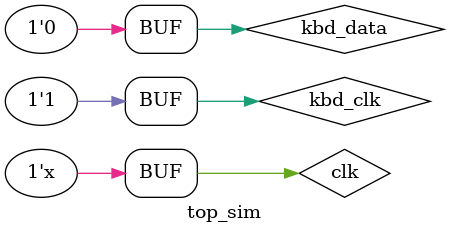
<source format=sv>
`timescale 1ns / 1ps
`timescale 1ns / 1ps

module top_sim;
    // Inputs
    logic clk;
    logic kbd_data ; 
    logic kbd_clk  ; 

    // Outputs
    logic [3:0] red;
    logic [3:0] green;
    logic [3:0] blue;
    logic       hsync  ;
    logic       vsync  ;

    lab5_top uut 
    (   .clk         (clk)
    ,   .KBD_CLK     (kbd_clk)
    ,   .KBD_DATA    (kbd_data)
    ,   .red         (red)
    ,   .green       (green)
    ,   .blue        (blue)
    ,   .hsync       (hsync)
    ,   .vsync       (vsync)
    );


    always #5 clk = ~clk; 

initial begin
        #500us
    #20us
    kbd_data = '1 ; 
    #100
    kbd_data = '0 ;         // start condition
    #10 
    kbd_data = '0 ;         // 0010
    #10 
    kbd_data = '1 ; 
    #10 
    kbd_data = '1 ; 
    #10 
    kbd_data = '0 ; 
    #10 
    kbd_data = '1 ;         // 0110
    #10
    kbd_data = '0 ; 
    #10 
    kbd_data = '0 ; 
    #10 
    kbd_data = '0 ; 
    #10             
    kbd_data = '0 ; // Odd parity bit
    #10 
    kbd_data = '1 ; // stop condition
    #10
    kbd_data = '0 ;
end

initial clk = 0 ; 


initial begin
    #500us
    #20us
    #100
    kbd_clk = '1 ; 
    #5
    kbd_clk = '0 ; 
    #5
    kbd_clk = '1 ; 
    #5
    kbd_clk = '0 ; 
    #5
    kbd_clk = '1 ; 
    #5
    kbd_clk = '0 ; 
    #5
    kbd_clk = '1 ; 
    #5
    kbd_clk = '0 ; 
    #5
    kbd_clk = '1 ; 
    #5
    kbd_clk = '0 ; 
    #5
    kbd_clk = '1 ; 
    #5
    kbd_clk = '0 ; 
    #5
    kbd_clk = '1 ; 
    #5
    kbd_clk = '0 ; 
    #5
    kbd_clk = '1 ; 
    #5
    kbd_clk = '0 ; 
    #5
    kbd_clk = '1 ; 
    #5
    kbd_clk = '0 ; 
    #5
    kbd_clk = '1 ; 
    #5
    kbd_clk = '0 ; 
    #5
    kbd_clk = '1 ; 
    #5
    kbd_clk = '0 ; 
    #5
    kbd_clk = '1 ; 


end


endmodule


</source>
